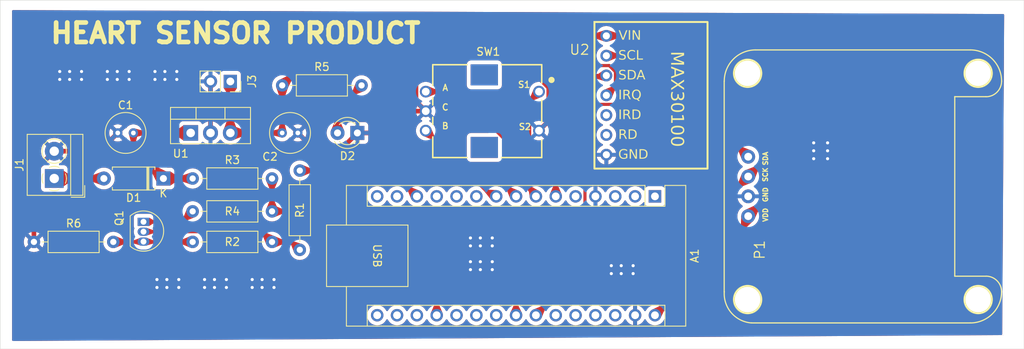
<source format=kicad_pcb>
(kicad_pcb (version 20240108) (generator "pcbnew") (generator_version "8.0")
  (layers (0 "F.Cu" signal) (31 "B.Cu" signal) (34 "B.Paste" user) (36 "B.SilkS" user "B.Silkscreen") (37 "F.SilkS" user "F.Silkscreen") (38 "B.Mask" user) (39 "F.Mask" user) (44 "Edge.Cuts" user))
  (net 0 "")
  (net 1 "VCTRL")
  (net 5 "SDA")
  (net 6 "SCL")
  (net 8 "INT")
  (net 9 "SW")
  (net 18 "GND")
  (net 22 "VSENSE")
  (net 24 "DATA")
  (net 25 "CLOCK")
  (net 27 "5V")
  (net 29 "+8V")
  (net 30 "/IN")
  (net 31 "Net-(D2-A)")
  (net 32 "Net-(Q1-B)")
  (net 33 "Net-(Q1-E)")
  (net 34 "Net-(Q1-C)")
  (footprint "Package_TO_SOT_THT:TO-220-3_Vertical" (layer "F.Cu") (at 67.564 61.722)
    (property "Reference" "U1" (at -1.27 2.647801 0) (layer "F.SilkS"))
    (property "Value" "L7805")
    (fp_line (start -2.58 -3.27) (end -2.58 1.371) (stroke (width 0.12)) (layer "F.SilkS"))
    (fp_line (start -2.58 -3.27) (end 7.66 -3.27) (stroke (width 0.12)) (layer "F.SilkS"))
    (fp_line (start -2.58 -1.76) (end 7.66 -1.76) (stroke (width 0.12)) (layer "F.SilkS"))
    (fp_line (start -2.58 1.371) (end 7.66 1.371) (stroke (width 0.12)) (layer "F.SilkS"))
    (fp_line (start 0.69 -3.27) (end 0.69 -1.76) (stroke (width 0.12)) (layer "F.SilkS"))
    (fp_line (start 4.391 -3.27) (end 4.391 -1.76) (stroke (width 0.12)) (layer "F.SilkS"))
    (fp_line (start 7.66 -3.27) (end 7.66 1.371) (stroke (width 0.12)) (layer "F.SilkS"))
    (pad "1" thru_hole rect (at 0 0) (size 1.905 2) (drill 1.1) (layers "*.Cu" "*.Mask") (net 29 "+8V"))
    (pad "2" thru_hole oval (at 2.54 0) (size 1.905 2) (drill 1.1) (layers "*.Cu" "*.Mask") (net 18 "GND"))
    (pad "3" thru_hole oval (at 5.08 0) (size 1.905 2) (drill 1.1) (layers "*.Cu" "*.Mask") (net 27 "5V"))
  )
  (footprint "Resistor_THT:R_Axial_DIN0207_L6.3mm_D2.5mm_P10.16mm_Horizontal" (layer "F.Cu") (at 67.818 75.692)
    (property "Reference" "R2" (at 5.08 0 0) (layer "F.SilkS"))
    (property "Value" "10k")
    (fp_line (start 1.04 0) (end 1.81 0) (stroke (width 0.12)) (layer "F.SilkS"))
    (fp_line (start 1.81 -1.37) (end 1.81 1.37) (stroke (width 0.12)) (layer "F.SilkS"))
    (fp_line (start 1.81 1.37) (end 8.35 1.37) (stroke (width 0.12)) (layer "F.SilkS"))
    (fp_line (start 8.35 -1.37) (end 1.81 -1.37) (stroke (width 0.12)) (layer "F.SilkS"))
    (fp_line (start 8.35 1.37) (end 8.35 -1.37) (stroke (width 0.12)) (layer "F.SilkS"))
    (fp_line (start 9.12 0) (end 8.35 0) (stroke (width 0.12)) (layer "F.SilkS"))
    (pad "1" thru_hole circle (at 0 0) (size 1.6 1.6) (drill 0.8) (layers "*.Cu" "*.Mask") (net 33 "Net-(Q1-E)"))
    (pad "2" thru_hole oval (at 10.16 0) (size 1.6 1.6) (drill 0.8) (layers "*.Cu" "*.Mask") (net 32 "Net-(Q1-B)"))
  )
  (footprint "Capacitor_THT:C_Radial_D5.0mm_H5.0mm_P2.00mm" (layer "F.Cu") (at 79.28 61.722)
    (property "Reference" "C2" (at -1.556 3.048 0) (layer "F.SilkS"))
    (property "Value" "10uf/16V")
    (fp_circle (center 1 0) (end 3.62 0) (stroke (width 0.12)) (fill none) (layer "F.SilkS"))
    (pad "1" thru_hole circle (at 0 0) (size 1.2 1.2) (drill 0.6) (layers "*.Cu" "*.Mask") (net 27 "5V"))
    (pad "2" thru_hole circle (at 2 0) (size 1.2 1.2) (drill 0.6) (layers "*.Cu" "*.Mask") (net 18 "GND"))
  )
  (footprint "Package_TO_SOT_THT:TO-92L_Inline" (layer "F.Cu") (at 61.526 73.114199 -90)
    (property "Reference" "Q1" (at -0.470199 3.106 90) (layer "F.SilkS"))
    (property "Value" "NPN")
    (fp_line (start -0.75 1.7) (end 3.1 1.7) (stroke (width 0.12)) (layer "F.SilkS"))
    (fp_arc (start -0.75 1.7) (mid 1.183448 -2.579449) (end 3.138611 1.690122) (stroke (width 0.12)) (layer "F.SilkS"))
    (pad "1" thru_hole rect (at 0 0 270) (size 1.05 1.5) (drill 0.75) (layers "*.Cu" "*.Mask") (net 34 "Net-(Q1-C)"))
    (pad "2" thru_hole oval (at 1.27 0 270) (size 1.05 1.5) (drill 0.75) (layers "*.Cu" "*.Mask") (net 32 "Net-(Q1-B)"))
    (pad "3" thru_hole oval (at 2.54 0 270) (size 1.05 1.5) (drill 0.75) (layers "*.Cu" "*.Mask") (net 33 "Net-(Q1-E)"))
  )
  (footprint "Library:rotary_ncodeer" (layer "F.Cu") (at 105.156 58.928 180)
    (property "Reference" "SW1" (at -0.508 7.62 0) (layer "F.SilkS"))
    (property "Value" "RotaryEncoder_Switch")
    (fp_poly (pts (xy -1.7 3.35) (xy 1.7 3.35) (xy 1.7 5.95) (xy -1.7 5.95)) (stroke (width 0.1)) (fill solid) (layer "F.Cu"))
    (fp_poly (pts (xy -1.7 -5.95) (xy 1.7 -5.95) (xy 1.7 -3.35) (xy -1.7 -3.35)) (stroke (width 0.1)) (fill solid) (layer "F.Cu"))
    (fp_poly (pts (xy -1.7 3.35) (xy 1.7 3.35) (xy 1.7 5.95) (xy -1.7 5.95)) (stroke (width 0.1)) (fill solid) (layer "B.Cu"))
    (fp_poly (pts (xy -1.7 -5.95) (xy 1.7 -5.95) (xy 1.7 -3.35) (xy -1.7 -3.35)) (stroke (width 0.1)) (fill solid) (layer "B.Cu"))
    (fp_line (start 6.6 5.95) (end 2.2 5.95) (stroke (width 0.2)) (layer "F.SilkS"))
    (fp_line (start 6.6 3.3) (end 6.6 5.95) (stroke (width 0.2)) (layer "F.SilkS"))
    (fp_line (start 6.6 0.8) (end 6.6 1.7) (stroke (width 0.2)) (layer "F.SilkS"))
    (fp_line (start 6.6 -1.7) (end 6.6 -0.8) (stroke (width 0.2)) (layer "F.SilkS"))
    (fp_line (start 6.6 -5.95) (end 6.6 -3.3) (stroke (width 0.2)) (layer "F.SilkS"))
    (fp_line (start 2.2 -5.95) (end 6.6 -5.95) (stroke (width 0.2)) (layer "F.SilkS"))
    (fp_line (start -2.2 -5.95) (end -7.35 -5.95) (stroke (width 0.2)) (layer "F.SilkS"))
    (fp_line (start -7.35 5.95) (end -2.2 5.95) (stroke (width 0.2)) (layer "F.SilkS"))
    (fp_line (start -7.35 3.6) (end -7.35 5.95) (stroke (width 0.2)) (layer "F.SilkS"))
    (fp_line (start -7.35 -1.4) (end -7.35 1.4) (stroke (width 0.2)) (layer "F.SilkS"))
    (fp_line (start -7.35 -5.95) (end -7.35 -3.7) (stroke (width 0.2)) (layer "F.SilkS"))
    (fp_circle (center -8.6 4) (end -8.4 4) (stroke (width 0.4)) (fill none) (layer "F.SilkS"))
    (fp_text user "C" (at 5 0.5 0) (layer "F.SilkS") (effects (font (size 0.8 0.8))))
    (fp_text user "S2" (at -5.2 -2 0) (layer "F.SilkS") (effects (font (size 0.8 0.8))))
    (fp_text user "S1" (at -5.1 3.4 0) (layer "F.SilkS") (effects (font (size 0.8 0.8))))
    (fp_text user "B" (at 5 -1.9 0) (layer "F.SilkS") (effects (font (size 0.8 0.8))))
    (fp_text user "A" (at 5 3 0) (layer "F.SilkS") (effects (font (size 0.8 0.8))))
    (pad "A" thru_hole circle (at 7.5 2.5 180) (size 1.508 1.508) (drill 1) (layers "*.Cu" "*.Mask") (net 24 "DATA"))
    (pad "B" thru_hole circle (at 7.5 -2.5 180) (size 1.508 1.508) (drill 1) (layers "*.Cu" "*.Mask") (net 25 "CLOCK"))
    (pad "C" thru_hole circle (at 7.5 0 180) (size 1.508 1.508) (drill 1) (layers "*.Cu" "*.Mask") (net 18 "GND"))
    (pad "S1" thru_hole circle (at -7 2.5 180) (size 1.508 1.508) (drill 1) (layers "*.Cu" "*.Mask") (net 9 "SW"))
    (pad "S2" thru_hole circle (at -7 -2.5 180) (size 1.508 1.508) (drill 1) (layers "*.Cu" "*.Mask") (net 18 "GND"))
  )
  (footprint "Resistor_THT:R_Axial_DIN0207_L6.3mm_D2.5mm_P10.16mm_Horizontal" (layer "F.Cu") (at 81.534 66.548 -90)
    (property "Reference" "R1" (at 5.08 0 90) (layer "F.SilkS"))
    (property "Value" "220R")
    (fp_line (start 1.81 1.37) (end 8.35 1.37) (stroke (width 0.12)) (layer "F.SilkS"))
    (fp_line (start 8.35 1.37) (end 8.35 -1.37) (stroke (width 0.12)) (layer "F.SilkS"))
    (fp_line (start 1.04 0) (end 1.81 0) (stroke (width 0.12)) (layer "F.SilkS"))
    (fp_line (start 9.12 0) (end 8.35 0) (stroke (width 0.12)) (layer "F.SilkS"))
    (fp_line (start 1.81 -1.37) (end 1.81 1.37) (stroke (width 0.12)) (layer "F.SilkS"))
    (fp_line (start 8.35 -1.37) (end 1.81 -1.37) (stroke (width 0.12)) (layer "F.SilkS"))
    (pad "1" thru_hole circle (at 0 0 270) (size 1.6 1.6) (drill 0.8) (layers "*.Cu" "*.Mask") (net 1 "VCTRL"))
    (pad "2" thru_hole oval (at 10.16 0 270) (size 1.6 1.6) (drill 0.8) (layers "*.Cu" "*.Mask") (net 32 "Net-(Q1-B)"))
  )
  (footprint "Resistor_THT:R_Axial_DIN0207_L6.3mm_D2.5mm_P10.16mm_Horizontal" (layer "F.Cu") (at 47.498 75.692)
    (property "Reference" "R6" (at 5.08 -2.37 0) (layer "F.SilkS"))
    (property "Value" "0R")
    (fp_line (start 1.04 0) (end 1.81 0) (stroke (width 0.12)) (layer "F.SilkS"))
    (fp_line (start 1.81 -1.37) (end 1.81 1.37) (stroke (width 0.12)) (layer "F.SilkS"))
    (fp_line (start 1.81 1.37) (end 8.35 1.37) (stroke (width 0.12)) (layer "F.SilkS"))
    (fp_line (start 8.35 -1.37) (end 1.81 -1.37) (stroke (width 0.12)) (layer "F.SilkS"))
    (fp_line (start 8.35 1.37) (end 8.35 -1.37) (stroke (width 0.12)) (layer "F.SilkS"))
    (fp_line (start 9.12 0) (end 8.35 0) (stroke (width 0.12)) (layer "F.SilkS"))
    (pad "1" thru_hole circle (at 0 0) (size 1.6 1.6) (drill 0.8) (layers "*.Cu" "*.Mask") (net 18 "GND"))
    (pad "2" thru_hole oval (at 10.16 0) (size 1.6 1.6) (drill 0.8) (layers "*.Cu" "*.Mask") (net 33 "Net-(Q1-E)"))
  )
  (footprint "Capacitor_THT:C_Radial_D5.0mm_H5.0mm_P2.00mm" (layer "F.Cu") (at 60.2298 61.722 180)
    (property "Reference" "C1" (at 1 3.556 0) (layer "F.SilkS"))
    (property "Value" "100uf/16V")
    (fp_circle (center 1 0) (end 3.62 0) (stroke (width 0.12)) (fill none) (layer "F.SilkS"))
    (pad "1" thru_hole circle (at 0 0 180) (size 1.2 1.2) (drill 0.6) (layers "*.Cu" "*.Mask") (net 29 "+8V"))
    (pad "2" thru_hole circle (at 2 0 180) (size 1.2 1.2) (drill 0.6) (layers "*.Cu" "*.Mask") (net 18 "GND"))
  )
  (footprint "Library:OLED_MODULE _FOOTPRINT" (layer "F.Cu") (at 138.938 68.58 90)
    (property "Reference" "P1" (at -8.128 1.473201 90) (layer "F.SilkS") (effects (font (size 1.27 1.27))))
    (property "Value" "OLED 128X64 0.96")
    (fp_line (start -13.5128 -3.0734) (end 13.4874 -3.0734) (stroke (width 0.1524)) (layer "F.SilkS"))
    (fp_line (start 17.5006 0.9398) (end 17.5006 28.448) (stroke (width 0.1524)) (layer "F.SilkS"))
    (fp_line (start 11.5062 26.4414) (end -11.5062 26.4414) (stroke (width 0.1524)) (layer "F.SilkS"))
    (fp_line (start -11.5062 26.4414) (end -11.5062 30.4292) (stroke (width 0.1524)) (layer "F.SilkS"))
    (fp_line (start -17.5006 28.448) (end -17.5006 0.4318) (stroke (width 0.1524)) (layer "F.SilkS"))
    (fp_line (start 11.5062 30.4292) (end 11.5062 26.4414) (stroke (width 0.1524)) (layer "F.SilkS"))
    (fp_arc (start 13.5001 -3.0632) (mid 16.328108 -1.892546) (end 17.5006 0.9347) (stroke (width 0.1524)) (layer "F.SilkS"))
    (fp_arc (start -17.5006 0.4369) (mid -16.225085 -2.141498) (end -13.5001 -3.0632) (stroke (width 0.1524)) (layer "F.SilkS"))
    (fp_arc (start 17.5006 28.4353) (mid 16.329027 31.264227) (end 13.5001 32.4358) (stroke (width 0.1524)) (layer "F.SilkS"))
    (fp_arc (start -11.5011 30.4368) (mid -12.086594 31.850306) (end -13.5001 32.4358) (stroke (width 0.1524)) (layer "F.SilkS"))
    (fp_arc (start 13.5001 32.4358) (mid 12.084977 31.851191) (end 11.4986 30.4368) (stroke (width 0.1524)) (layer "F.SilkS"))
    (fp_arc (start -13.5001 32.4358) (mid -16.329027 31.264227) (end -17.5006 28.4353) (stroke (width 0.1524)) (layer "F.SilkS"))
    (fp_circle (center 14.5034 -0.0762) (end 16.256 -0.0762) (stroke (width 0.254)) (fill none) (layer "F.SilkS"))
    (fp_circle (center -14.5034 -0.0762) (end -12.7508 -0.0762) (stroke (width 0.254)) (fill none) (layer "F.SilkS"))
    (fp_circle (center 14.5034 29.4386) (end 16.256 29.4386) (stroke (width 0.254)) (fill none) (layer "F.SilkS"))
    (fp_circle (center -14.5034 29.4386) (end -12.7508 29.4386) (stroke (width 0.254)) (fill none) (layer "F.SilkS"))
    (fp_text user "VDD" (at -4.6228 1.8542 90) (layer "F.SilkS") (effects (font (size 0.6096 0.6096) (thickness 0.1524)) (justify left top)))
    (fp_text user "SDA" (at 2.6162 1.8542 90) (layer "F.SilkS") (effects (font (size 0.6096 0.6096) (thickness 0.1524)) (justify left top)))
    (fp_text user "GND" (at -2.0828 1.8542 90) (layer "F.SilkS") (effects (font (size 0.6096 0.6096) (thickness 0.1524)) (justify left top)))
    (fp_text user "SCK" (at 0.508 1.839 90) (layer "F.SilkS") (effects (font (size 0.6096 0.6096) (thickness 0.1524)) (justify left top)))
    (pad "" np_thru_hole circle (at -14.478 0 90) (size 3.048 3.048) (drill 3.048) (layers "F&B.Cu" "*.Mask"))
    (pad "" np_thru_hole circle (at -14.478 29.464 90) (size 3.048 3.048) (drill 3.048) (layers "F&B.Cu" "*.Mask"))
    (pad "" np_thru_hole circle (at 14.478 0 90) (size 3.048 3.048) (drill 3.048) (layers "F&B.Cu" "*.Mask"))
    (pad "" np_thru_hole circle (at 14.478 29.464 90) (size 3.048 3.048) (drill 3.048) (layers "F&B.Cu" "*.Mask"))
    (pad "3" thru_hole oval (at -3.81 0 180) (size 1.778 1.778) (drill 1.0008) (layers "*.Cu" "*.Mask") (net 27 "5V"))
    (pad "4" thru_hole oval (at -1.27 0 180) (size 1.778 1.778) (drill 1.0008) (layers "*.Cu" "*.Mask") (net 18 "GND"))
    (pad "5" thru_hole oval (at 1.27 0 180) (size 1.778 1.778) (drill 1.0008) (layers "*.Cu" "*.Mask") (net 6 "SCL"))
    (pad "6" thru_hole oval (at 3.81 0 180) (size 1.778 1.778) (drill 1.0008) (layers "*.Cu" "*.Mask") (net 5 "SDA"))
  )
  (footprint "Module:Arduino_Nano" (layer "F.Cu") (at 127 69.85 -90)
    (property "Reference" "A1" (at 7.62 -5.08 90) (layer "F.SilkS"))
    (property "Value" "Arduino_Nano_Every")
    (fp_line (start 3.68 42.04) (end 3.68 31.62) (stroke (width 0.12)) (layer "F.SilkS"))
    (fp_line (start 11.56 42.04) (end 3.68 42.04) (stroke (width 0.12)) (layer "F.SilkS"))
    (fp_line (start -1.4 39.5) (end 3.68 39.5) (stroke (width 0.12)) (layer "F.SilkS"))
    (fp_line (start 16.64 39.5) (end 11.56 39.5) (stroke (width 0.12)) (layer "F.SilkS"))
    (fp_line (start 16.64 39.5) (end 16.64 -3.94) (stroke (width 0.12)) (layer "F.SilkS"))
    (fp_line (start 1.27 36.83) (end -1.4 36.83) (stroke (width 0.12)) (layer "F.SilkS"))
    (fp_line (start 13.97 36.83) (end 16.64 36.83) (stroke (width 0.12)) (layer "F.SilkS"))
    (fp_line (start 3.68 31.62) (end 11.56 31.62) (stroke (width 0.12)) (layer "F.SilkS"))
    (fp_line (start 11.56 31.62) (end 11.56 42.04) (stroke (width 0.12)) (layer "F.SilkS"))
    (fp_line (start -1.4 1.27) (end -1.4 39.5) (stroke (width 0.12)) (layer "F.SilkS"))
    (fp_line (start 1.27 1.27) (end 1.27 36.83) (stroke (width 0.12)) (layer "F.SilkS"))
    (fp_line (start 1.27 1.27) (end -1.4 1.27) (stroke (width 0.12)) (layer "F.SilkS"))
    (fp_line (start 1.27 1.27) (end 1.27 -1.27) (stroke (width 0.12)) (layer "F.SilkS"))
    (fp_line (start 1.27 -1.27) (end -1.4 -1.27) (stroke (width 0.12)) (layer "F.SilkS"))
    (fp_line (start 13.97 -1.27) (end 13.97 36.83) (stroke (width 0.12)) (layer "F.SilkS"))
    (fp_line (start 13.97 -1.27) (end 16.64 -1.27) (stroke (width 0.12)) (layer "F.SilkS"))
    (fp_line (start -1.4 -3.94) (end -1.4 -1.27) (stroke (width 0.12)) (layer "F.SilkS"))
    (fp_line (start 16.64 -3.94) (end -1.4 -3.94) (stroke (width 0.12)) (layer "F.SilkS"))
    (fp_text user "USB" (at 7.62 35.56 -90) (layer "F.SilkS"))
    (pad "1" thru_hole rect (at 0 0 270) (size 1.6 1.6) (drill 1) (layers "*.Cu" "*.Mask"))
    (pad "2" thru_hole oval (at 0 2.54 270) (size 1.6 1.6) (drill 1) (layers "*.Cu" "*.Mask"))
    (pad "3" thru_hole oval (at 0 5.08 270) (size 1.6 1.6) (drill 1) (layers "*.Cu" "*.Mask"))
    (pad "4" thru_hole oval (at 0 7.62 270) (size 1.6 1.6) (drill 1) (layers "*.Cu" "*.Mask") (net 18 "GND"))
    (pad "5" thru_hole oval (at 0 10.16 270) (size 1.6 1.6) (drill 1) (layers "*.Cu" "*.Mask"))
    (pad "6" thru_hole oval (at 0 12.7 270) (size 1.6 1.6) (drill 1) (layers "*.Cu" "*.Mask") (net 8 "INT"))
    (pad "7" thru_hole oval (at 0 15.24 270) (size 1.6 1.6) (drill 1) (layers "*.Cu" "*.Mask") (net 9 "SW"))
    (pad "8" thru_hole oval (at 0 17.78 270) (size 1.6 1.6) (drill 1) (layers "*.Cu" "*.Mask") (net 24 "DATA"))
    (pad "9" thru_hole oval (at 0 20.32 270) (size 1.6 1.6) (drill 1) (layers "*.Cu" "*.Mask") (net 25 "CLOCK"))
    (pad "10" thru_hole oval (at 0 22.86 270) (size 1.6 1.6) (drill 1) (layers "*.Cu" "*.Mask"))
    (pad "11" thru_hole oval (at 0 25.4 270) (size 1.6 1.6) (drill 1) (layers "*.Cu" "*.Mask"))
    (pad "12" thru_hole oval (at 0 27.94 270) (size 1.6 1.6) (drill 1) (layers "*.Cu" "*.Mask"))
    (pad "13" thru_hole oval (at 0 30.48 270) (size 1.6 1.6) (drill 1) (layers "*.Cu" "*.Mask") (net 1 "VCTRL"))
    (pad "14" thru_hole oval (at 0 33.02 270) (size 1.6 1.6) (drill 1) (layers "*.Cu" "*.Mask"))
    (pad "15" thru_hole oval (at 0 35.56 270) (size 1.6 1.6) (drill 1) (layers "*.Cu" "*.Mask"))
    (pad "16" thru_hole oval (at 15.24 35.56 270) (size 1.6 1.6) (drill 1) (layers "*.Cu" "*.Mask"))
    (pad "17" thru_hole oval (at 15.24 33.02 270) (size 1.6 1.6) (drill 1) (layers "*.Cu" "*.Mask"))
    (pad "18" thru_hole oval (at 15.24 30.48 270) (size 1.6 1.6) (drill 1) (layers "*.Cu" "*.Mask"))
    (pad "19" thru_hole oval (at 15.24 27.94 270) (size 1.6 1.6) (drill 1) (layers "*.Cu" "*.Mask") (net 22 "VSENSE"))
    (pad "20" thru_hole oval (at 15.24 25.4 270) (size 1.6 1.6) (drill 1) (layers "*.Cu" "*.Mask"))
    (pad "21" thru_hole oval (at 15.24 22.86 270) (size 1.6 1.6) (drill 1) (layers "*.Cu" "*.Mask"))
    (pad "22" thru_hole oval (at 15.24 20.32 270) (size 1.6 1.6) (drill 1) (layers "*.Cu" "*.Mask"))
    (pad "23" thru_hole oval (at 15.24 17.78 270) (size 1.6 1.6) (drill 1) (layers "*.Cu" "*.Mask") (net 5 "SDA"))
    (pad "24" thru_hole oval (at 15.24 15.24 270) (size 1.6 1.6) (drill 1) (layers "*.Cu" "*.Mask") (net 6 "SCL"))
    (pad "25" thru_hole oval (at 15.24 12.7 270) (size 1.6 1.6) (drill 1) (layers "*.Cu" "*.Mask"))
    (pad "26" thru_hole oval (at 15.24 10.16 270) (size 1.6 1.6) (drill 1) (layers "*.Cu" "*.Mask"))
    (pad "27" thru_hole oval (at 15.24 7.62 270) (size 1.6 1.6) (drill 1) (layers "*.Cu" "*.Mask"))
    (pad "28" thru_hole oval (at 15.24 5.08 270) (size 1.6 1.6) (drill 1) (layers "*.Cu" "*.Mask"))
    (pad "29" thru_hole oval (at 15.24 2.54 270) (size 1.6 1.6) (drill 1) (layers "*.Cu" "*.Mask") (net 18 "GND"))
    (pad "30" thru_hole oval (at 15.24 0 270) (size 1.6 1.6) (drill 1) (layers "*.Cu" "*.Mask") (net 27 "5V"))
  )
  (footprint "Library:MAX30100_MODULE" (layer "F.Cu") (at 120.777 61.976)
    (property "Reference" "U2" (at -3.429 -10.922 0) (layer "F.SilkS") (effects (font (size 1.27 1.27))))
    (property "Value" "MAX30100 MODULE")
    (fp_rect (start -1.524 -14.478) (end 12.954 4.318) (stroke (width 0.254)) (fill none) (layer "F.SilkS"))
    (fp_text user "VIN" (at 1.5621 -13.4022 0) (layer "F.SilkS") (effects (font (size 1.2 1.2) (thickness 0.2032)) (justify left top)))
    (fp_text user "IRQ" (at 1.524 -5.772 0) (layer "F.SilkS") (effects (font (size 1.2 1.2) (thickness 0.2032)) (justify left top)))
    (fp_text user "SDA" (at 1.524 -8.312 0) (layer "F.SilkS") (effects (font (size 1.2 1.2) (thickness 0.2032)) (justify left top)))
    (fp_text user "RD" (at 1.524 -0.692 0) (layer "F.SilkS") (effects (font (size 1.2 1.2) (thickness 0.2032)) (justify left top)))
    (fp_text user "MAX30100" (at 9.9212 -10.7544 -90) (layer "F.SilkS") (effects (font (size 1.6256 1.6256) (thickness 0.2032)) (justify left top)))
    (fp_text user "SCL" (at 1.524 -10.852 0) (layer "F.SilkS") (effects (font (size 1.2 1.2) (thickness 0.2032)) (justify left top)))
    (fp_text user "IRD" (at 1.524 -3.232 0) (layer "F.SilkS") (effects (font (size 1.2 1.2) (thickness 0.2032)) (justify left top)))
    (fp_text user "GND" (at 1.524 1.848 0) (layer "F.SilkS") (effects (font (size 1.2 1.2) (thickness 0.2032)) (justify left top)))
    (pad "1" thru_hole oval (at 0 -12.7 270) (size 1.524 1.524) (drill 0.9144) (layers "*.Cu" "*.Mask") (net 27 "5V"))
    (pad "2" thru_hole oval (at 0 -10.16 270) (size 1.524 1.524) (drill 0.9144) (layers "*.Cu" "*.Mask") (net 6 "SCL"))
    (pad "3" thru_hole oval (at 0 -7.62 270) (size 1.524 1.524) (drill 0.9144) (layers "*.Cu" "*.Mask") (net 5 "SDA"))
    (pad "4" thru_hole oval (at 0 -5.08 270) (size 1.524 1.524) (drill 0.9144) (layers "*.Cu" "*.Mask") (net 8 "INT"))
    (pad "5" thru_hole oval (at 0 -2.54 270) (size 1.524 1.524) (drill 0.9144) (layers "*.Cu" "*.Mask"))
    (pad "6" thru_hole oval (at 0 0 270) (size 1.524 1.524) (drill 0.9144) (layers "*.Cu" "*.Mask"))
    (pad "7" thru_hole oval (at 0 2.54 270) (size 1.524 1.524) (drill 0.9144) (layers "*.Cu" "*.Mask") (net 18 "GND"))
  )
  (footprint "Diode_THT:D_A-405_P7.62mm_Horizontal" (layer "F.Cu") (at 64.0718 67.564 180)
    (property "Reference" "D1" (at 3.81 -2.47 0) (layer "F.SilkS"))
    (property "Value" "D")
    (fp_line (start 6.53 1.47) (end 6.53 1.14) (stroke (width 0.12)) (layer "F.SilkS"))
    (fp_line (start 6.53 -1.47) (end 6.53 -1.14) (stroke (width 0.12)) (layer "F.SilkS"))
    (fp_line (start 2.11 -1.47) (end 2.11 1.47) (stroke (width 0.12)) (layer "F.SilkS"))
    (fp_line (start 1.99 -1.47) (end 1.99 1.47) (stroke (width 0.12)) (layer "F.SilkS"))
    (fp_line (start 1.87 -1.47) (end 1.87 1.47) (stroke (width 0.12)) (layer "F.SilkS"))
    (fp_line (start 1.09 1.47) (end 6.53 1.47) (stroke (width 0.12)) (layer "F.SilkS"))
    (fp_line (start 1.09 1.14) (end 1.09 1.47) (stroke (width 0.12)) (layer "F.SilkS"))
    (fp_line (start 1.09 -1.14) (end 1.09 -1.47) (stroke (width 0.12)) (layer "F.SilkS"))
    (fp_line (start 1.09 -1.47) (end 6.53 -1.47) (stroke (width 0.12)) (layer "F.SilkS"))
    (fp_text user "K" (at 0 -1.9 0) (layer "F.SilkS"))
    (pad "1" thru_hole rect (at 0 0 180) (size 1.8 1.8) (drill 0.9) (layers "*.Cu" "*.Mask") (net 29 "+8V"))
    (pad "2" thru_hole oval (at 7.62 0 180) (size 1.8 1.8) (drill 0.9) (layers "*.Cu" "*.Mask") (net 30 "/IN"))
  )
  (footprint "Library:TerminalBlock_4Ucon_1x02_P3.50mm_Horizontal_user" (layer "F.Cu") (at 50.1018 67.564 90)
    (property "Reference" "J1" (at 1.75 -4.46 90) (layer "F.SilkS"))
    (property "Value" "Screw_Terminal_01x02")
    (fp_line (start 5.66 -3.46) (end 5.66 3.66) (stroke (width 0.12)) (layer "F.SilkS"))
    (fp_line (start -2.16 -3.46) (end 5.66 -3.46) (stroke (width 0.12)) (layer "F.SilkS"))
    (fp_line (start -2.16 -3.46) (end -2.16 3.66) (stroke (width 0.12)) (layer "F.SilkS"))
    (fp_line (start -2.16 2.1) (end 5.66 2.1) (stroke (width 0.12)) (layer "F.SilkS"))
    (fp_line (start -2.4 2.16) (end -2.4 3.9) (stroke (width 0.12)) (layer "F.SilkS"))
    (fp_line (start -2.16 3.66) (end 5.66 3.66) (stroke (width 0.12)) (layer "F.SilkS"))
    (fp_line (start -2.4 3.9) (end -0.9 3.9) (stroke (width 0.12)) (layer "F.SilkS"))
    (fp_arc (start -0.607742 -1.432109) (mid 0.00014 -1.555727) (end 0.608 -1.432) (stroke (width 0.12)) (layer "F.SilkS"))
    (fp_arc (start 1.432109 -0.607742) (mid 1.555727 0.00014) (end 1.432 0.608) (stroke (width 0.12)) (layer "F.SilkS"))
    (fp_arc (start -1.432109 0.607742) (mid -1.555727 -0.00014) (end -1.432 -0.608) (stroke (width 0.12)) (layer "F.SilkS"))
    (fp_arc (start 0.607587 1.431385) (mid 0.310017 1.523783) (end 0 1.555) (stroke (width 0.12)) (layer "F.SilkS"))
    (fp_arc (start 0.027011 1.555493) (mid -0.296984 1.527118) (end -0.608 1.432) (stroke (width 0.12)) (layer "F.SilkS"))
    (fp_circle (center 3.5 0) (end 5.055 0) (stroke (width 0.12)) (fill none) (layer "F.SilkS"))
    (pad "1" thru_hole rect (at 0 0 90) (size 2.4 2.4) (drill 1.2) (layers "*.Cu" "*.Mask") (net 30 "/IN"))
    (pad "2" thru_hole circle (at 3.5 0 90) (size 2.4 2.4) (drill 1.2) (layers "*.Cu" "*.Mask") (net 18 "GND"))
  )
  (footprint "Connector_PinSocket_2.54mm:PinSocket_1x02_P2.54mm_Vertical" (layer "F.Cu") (at 72.644 55.118 -90)
    (property "Reference" "J3" (at 0 -2.77 90) (layer "F.SilkS"))
    (property "Value" "Conn_01x02_Socket")
    (fp_line (start -1.33 3.87) (end 1.33 3.87) (stroke (width 0.12)) (layer "F.SilkS"))
    (fp_line (start -1.33 1.27) (end -1.33 3.87) (stroke (width 0.12)) (layer "F.SilkS"))
    (fp_line (start -1.33 1.27) (end 1.33 1.27) (stroke (width 0.12)) (layer "F.SilkS"))
    (fp_line (start 1.33 1.27) (end 1.33 3.87) (stroke (width 0.12)) (layer "F.SilkS"))
    (fp_line (start 0 -1.33) (end 1.33 -1.33) (stroke (width 0.12)) (layer "F.SilkS"))
    (fp_line (start 1.33 -1.33) (end 1.33 0) (stroke (width 0.12)) (layer "F.SilkS"))
    (pad "1" thru_hole rect (at 0 0 270) (size 1.7 1.7) (drill 1) (layers "*.Cu" "*.Mask") (net 27 "5V"))
    (pad "2" thru_hole oval (at 0 2.54 270) (size 1.7 1.7) (drill 1) (layers "*.Cu" "*.Mask") (net 18 "GND"))
  )
  (footprint "Resistor_THT:R_Axial_DIN0207_L6.3mm_D2.5mm_P10.16mm_Horizontal" (layer "F.Cu") (at 77.978 71.774199 180)
    (property "Reference" "R4" (at 5.08 0 0) (layer "F.SilkS"))
    (property "Value" "20k")
    (fp_line (start 9.12 0) (end 8.35 0) (stroke (width 0.12)) (layer "F.SilkS"))
    (fp_line (start 8.35 1.37) (end 8.35 -1.37) (stroke (width 0.12)) (layer "F.SilkS"))
    (fp_line (start 8.35 -1.37) (end 1.81 -1.37) (stroke (width 0.12)) (layer "F.SilkS"))
    (fp_line (start 1.81 1.37) (end 8.35 1.37) (stroke (width 0.12)) (layer "F.SilkS"))
    (fp_line (start 1.81 -1.37) (end 1.81 1.37) (stroke (width 0.12)) (layer "F.SilkS"))
    (fp_line (start 1.04 0) (end 1.81 0) (stroke (width 0.12)) (layer "F.SilkS"))
    (pad "1" thru_hole circle (at 0 0 180) (size 1.6 1.6) (drill 0.8) (layers "*.Cu" "*.Mask") (net 22 "VSENSE"))
    (pad "2" thru_hole oval (at 10.16 0 180) (size 1.6 1.6) (drill 0.8) (layers "*.Cu" "*.Mask") (net 34 "Net-(Q1-C)"))
  )
  (footprint "Resistor_THT:R_Axial_DIN0207_L6.3mm_D2.5mm_P10.16mm_Horizontal" (layer "F.Cu") (at 79.28 55.626)
    (property "Reference" "R5" (at 5.08 -2.37 0) (layer "F.SilkS"))
    (property "Value" "4.7k")
    (fp_line (start 1.04 0) (end 1.81 0) (stroke (width 0.12)) (layer "F.SilkS"))
    (fp_line (start 1.81 -1.37) (end 1.81 1.37) (stroke (width 0.12)) (layer "F.SilkS"))
    (fp_line (start 1.81 1.37) (end 8.35 1.37) (stroke (width 0.12)) (layer "F.SilkS"))
    (fp_line (start 8.35 -1.37) (end 1.81 -1.37) (stroke (width 0.12)) (layer "F.SilkS"))
    (fp_line (start 8.35 1.37) (end 8.35 -1.37) (stroke (width 0.12)) (layer "F.SilkS"))
    (fp_line (start 9.12 0) (end 8.35 0) (stroke (width 0.12)) (layer "F.SilkS"))
    (pad "1" thru_hole circle (at 0 0) (size 1.6 1.6) (drill 0.8) (layers "*.Cu" "*.Mask") (net 27 "5V"))
    (pad "2" thru_hole oval (at 10.16 0) (size 1.6 1.6) (drill 0.8) (layers "*.Cu" "*.Mask") (net 31 "Net-(D2-A)"))
  )
  (footprint "Resistor_THT:R_Axial_DIN0207_L6.3mm_D2.5mm_P10.16mm_Horizontal" (layer "F.Cu") (at 67.818 67.564)
    (property "Reference" "R3" (at 5.08 -2.37 0) (layer "F.SilkS"))
    (property "Value" "33k")
    (fp_line (start 1.04 0) (end 1.81 0) (stroke (width 0.12)) (layer "F.SilkS"))
    (fp_line (start 1.81 -1.37) (end 1.81 1.37) (stroke (width 0.12)) (layer "F.SilkS"))
    (fp_line (start 1.81 1.37) (end 8.35 1.37) (stroke (width 0.12)) (layer "F.SilkS"))
    (fp_line (start 8.35 -1.37) (end 1.81 -1.37) (stroke (width 0.12)) (layer "F.SilkS"))
    (fp_line (start 8.35 1.37) (end 8.35 -1.37) (stroke (width 0.12)) (layer "F.SilkS"))
    (fp_line (start 9.12 0) (end 8.35 0) (stroke (width 0.12)) (layer "F.SilkS"))
    (pad "1" thru_hole circle (at 0 0) (size 1.6 1.6) (drill 0.8) (layers "*.Cu" "*.Mask") (net 29 "+8V"))
    (pad "2" thru_hole oval (at 10.16 0) (size 1.6 1.6) (drill 0.8) (layers "*.Cu" "*.Mask") (net 22 "VSENSE"))
  )
  (footprint "LED_THT:LED_D3.0mm" (layer "F.Cu") (at 88.905 61.722 180)
    (property "Reference" "D2" (at 1.27 -2.96 0) (layer "F.SilkS"))
    (property "Value" "LED")
    (fp_line (start -0.29 1.08) (end -0.29 1.236) (stroke (width 0.12)) (layer "F.SilkS"))
    (fp_line (start -0.29 -1.236) (end -0.29 -1.08) (stroke (width 0.12)) (layer "F.SilkS"))
    (fp_arc (start 2.942335 1.078608) (mid 1.366487 1.987659) (end -0.29 1.235516) (stroke (width 0.12)) (layer "F.SilkS"))
    (fp_arc (start 2.31113 1.079837) (mid 1.270117 1.5) (end 0.229039 1.08) (stroke (width 0.12)) (layer "F.SilkS"))
    (fp_arc (start 0.229039 -1.08) (mid 1.270117 -1.5) (end 2.31113 -1.079837) (stroke (width 0.12)) (layer "F.SilkS"))
    (fp_arc (start -0.29 -1.235516) (mid 1.366487 -1.987659) (end 2.942335 -1.078608) (stroke (width 0.12)) (layer "F.SilkS"))
    (pad "1" thru_hole rect (at 0 0 180) (size 1.8 1.8) (drill 0.9) (layers "*.Cu" "*.Mask") (net 18 "GND"))
    (pad "2" thru_hole circle (at 2.54 0 180) (size 1.8 1.8) (drill 0.9) (layers "*.Cu" "*.Mask") (net 31 "Net-(D2-A)"))
  )
  (gr_rect (start 43.18 44.704) (end 174.244 89.408) (stroke (width 0.05)) (fill none) (layer "Edge.Cuts"))
  (gr_text "HEART SENSOR PRODUCT" (at 49.35 50.4 0) (layer "F.SilkS") (effects (font (size 2.5 2.5) (thickness 0.6) (bold yes)) (justify left bottom)))
  (segment (start 81.534 66.548) (end 93.218 66.548) (width 0.4) (layer "F.Cu") (net 1))
  (segment (start 93.218 66.548) (end 96.52 69.85) (width 0.4) (layer "F.Cu") (net 1))
  (segment (start 120.777 54.356) (end 119.634 54.356) (width 0.4) (layer "F.Cu") (net 5))
  (segment (start 118.04 55.95) (end 118.04 58.166) (width 0.4) (layer "F.Cu") (net 5))
  (segment (start 132.226 58.058) (end 118.148 58.058) (width 0.4) (layer "F.Cu") (net 5))
  (segment (start 138.938 64.77) (end 132.226 58.058) (width 0.4) (layer "F.Cu") (net 5))
  (segment (start 118.04 58.166) (end 118.04 74.746) (width 0.4) (layer "F.Cu") (net 5))
  (segment (start 118.04 74.746) (end 109.22 83.566) (width 0.4) (layer "F.Cu") (net 5))
  (segment (start 118.148 58.058) (end 118.04 58.166) (width 0.4) (layer "F.Cu") (net 5))
  (segment (start 109.22 83.566) (end 109.22 85.09) (width 0.4) (layer "F.Cu") (net 5))
  (segment (start 119.634 54.356) (end 118.04 55.95) (width 0.4) (layer "F.Cu") (net 5))
  (segment (start 138.938 67.31) (end 132.842 73.406) (width 0.4) (layer "F.Cu") (net 6))
  (segment (start 120.777 51.816) (end 130.556 51.816) (width 0.4) (layer "F.Cu") (net 6))
  (segment (start 132.842 73.406) (end 123.444 73.406) (width 0.4) (layer "F.Cu") (net 6))
  (segment (start 140.716 61.976) (end 140.716 65.532) (width 0.4) (layer "F.Cu") (net 6))
  (segment (start 140.716 65.532) (end 138.938 67.31) (width 0.4) (layer "F.Cu") (net 6))
  (segment (start 123.444 73.406) (end 111.76 85.09) (width 0.4) (layer "F.Cu") (net 6))
  (segment (start 130.556 51.816) (end 140.716 61.976) (width 0.4) (layer "F.Cu") (net 6))
  (segment (start 114.3 69.85) (end 114.3 57.404) (width 0.4) (layer "F.Cu") (net 8))
  (segment (start 121.150317 53.086) (end 121.939 53.874683) (width 0.4) (layer "F.Cu") (net 8))
  (segment (start 118.618 53.086) (end 121.150317 53.086) (width 0.4) (layer "F.Cu") (net 8))
  (segment (start 114.3 57.404) (end 118.618 53.086) (width 0.4) (layer "F.Cu") (net 8))
  (segment (start 121.939 53.874683) (end 121.939 55.734) (width 0.4) (layer "F.Cu") (net 8))
  (segment (start 121.939 55.734) (end 120.777 56.896) (width 0.4) (layer "F.Cu") (net 8))
  (segment (start 110.960001 69.050001) (end 110.960001 57.623999) (width 0.4) (layer "F.Cu") (net 9))
  (segment (start 111.76 69.85) (end 110.960001 69.050001) (width 0.4) (layer "F.Cu") (net 9))
  (segment (start 110.960001 57.623999) (end 112.156 56.428) (width 0.4) (layer "F.Cu") (net 9))
  (segment (start 113.41 60.174) (end 112.156 61.428) (width 0.6) (layer "F.Cu") (net 18))
  (segment (start 83.312 63.754) (end 86.873 63.754) (width 0.6) (layer "F.Cu") (net 18))
  (segment (start 96.402 57.674) (end 96.402 53.204) (width 0.6) (layer "F.Cu") (net 18))
  (segment (start 50.1018 64.064) (end 55.8878 64.064) (width 0.6) (layer "F.Cu") (net 18))
  (segment (start 96.402 53.204) (end 97.79 51.816) (width 0.6) (layer "F.Cu") (net 18))
  (segment (start 55.8878 64.064) (end 58.2298 61.722) (width 0.6) (layer "F.Cu") (net 18))
  (segment (start 97.656 58.928) (end 96.402 57.674) (width 0.6) (layer "F.Cu") (net 18))
  (segment (start 92.456 61.722) (end 95.25 58.928) (width 0.6) (layer "F.Cu") (net 18))
  (segment (start 95.25 58.928) (end 97.656 58.928) (width 0.6) (layer "F.Cu") (net 18))
  (segment (start 81.28 61.722) (end 83.312 63.754) (width 0.6) (layer "F.Cu") (net 18))
  (segment (start 47.498 66.6678) (end 47.498 75.692) (width 0.6) (layer "F.Cu") (net 18))
  (segment (start 88.905 61.722) (end 92.456 61.722) (width 0.6) (layer "F.Cu") (net 18))
  (segment (start 97.79 51.816) (end 109.317424 51.816) (width 0.6) (layer "F.Cu") (net 18))
  (segment (start 70.104 55.118) (end 70.104 61.722) (width 0.6) (layer "F.Cu") (net 18))
  (segment (start 86.873 63.754) (end 88.905 61.722) (width 0.6) (layer "F.Cu") (net 18))
  (segment (start 50.1018 64.064) (end 47.498 66.6678) (width 0.6) (layer "F.Cu") (net 18))
  (segment (start 113.41 55.908576) (end 113.41 60.174) (width 0.6) (layer "F.Cu") (net 18))
  (segment (start 109.317424 51.816) (end 113.41 55.908576) (width 0.6) (layer "F.Cu") (net 18))
  (via (at 53.594 53.848) (size 0.7) (drill 0.4) (layers "F.Cu" "B.Cu") (net 18))
  (via (at 103.378 75.184) (size 0.7) (drill 0.4) (layers "F.Cu" "B.Cu") (net 18))
  (via (at 147.32 64.008) (size 0.7) (drill 0.4) (layers "F.Cu" "B.Cu") (net 18))
  (via (at 56.896 54.864) (size 0.7) (drill 0.4) (layers "F.Cu" "B.Cu") (net 18))
  (via (at 64.262 54.864) (size 0.7) (drill 0.4) (layers "F.Cu" "B.Cu") (net 18))
  (via (at 58.166 54.864) (size 0.7) (drill 0.4) (layers "F.Cu" "B.Cu") (net 18))
  (via (at 106.172 75.184) (size 0.7) (drill 0.4) (layers "F.Cu" "B.Cu") (net 18))
  (via (at 106.172 78.232) (size 0.7) (drill 0.4) (layers "F.Cu" "B.Cu") (net 18))
  (via (at 70.612 81.534) (size 0.7) (drill 0.4) (layers "F.Cu" "B.Cu") (net 18))
  (via (at 50.8 54.864) (size 0.7) (drill 0.4) (layers "F.Cu" "B.Cu") (net 18))
  (via (at 147.32 65.024) (size 0.7) (drill 0.4) (layers "F.Cu" "B.Cu") (net 18))
  (via (at 147.32 62.992) (size 0.7) (drill 0.4) (layers "F.Cu" "B.Cu") (net 18))
  (via (at 104.648 78.232) (size 0.7) (drill 0.4) (layers "F.Cu" "B.Cu") (net 18))
  (via (at 103.378 79.248) (size 0.7) (drill 0.4) (layers "F.Cu" "B.Cu") (net 18))
  (via (at 58.166 53.848) (size 0.7) (drill 0.4) (layers "F.Cu" "B.Cu") (net 18))
  (via (at 70.612 80.518) (size 0.7) (drill 0.4) (layers "F.Cu" "B.Cu") (net 18))
  (via (at 72.136 80.518) (size 0.7) (drill 0.4) (layers "F.Cu" "B.Cu") (net 18))
  (via (at 63.246 80.518) (size 0.7) (drill 0.4) (layers "F.Cu" "B.Cu") (net 18))
  (via (at 106.172 79.248) (size 0.7) (drill 0.4) (layers "F.Cu" "B.Cu") (net 18))
  (via (at 72.136 81.534) (size 0.7) (drill 0.4) (layers "F.Cu" "B.Cu") (net 18))
  (via (at 75.438 81.534) (size 0.7) (drill 0.4) (layers "F.Cu" "B.Cu") (net 18))
  (via (at 78.232 81.534) (size 0.7) (drill 0.4) (layers "F.Cu" "B.Cu") (net 18))
  (via (at 52.07 54.864) (size 0.7) (drill 0.4) (layers "F.Cu" "B.Cu") (net 18))
  (via (at 106.172 76.2) (size 0.7) (drill 0.4) (layers "F.Cu" "B.Cu") (net 18))
  (via (at 65.786 53.848) (size 0.7) (drill 0.4) (layers "F.Cu" "B.Cu") (net 18))
  (via (at 59.69 53.848) (size 0.7) (drill 0.4) (layers "F.Cu" "B.Cu") (net 18))
  (via (at 64.516 81.534) (size 0.7) (drill 0.4) (layers "F.Cu" "B.Cu") (net 18))
  (via (at 52.07 53.848) (size 0.7) (drill 0.4) (layers "F.Cu" "B.Cu") (net 18))
  (via (at 69.342 80.518) (size 0.7) (drill 0.4) (layers "F.Cu" "B.Cu") (net 18))
  (via (at 65.786 54.864) (size 0.7) (drill 0.4) (layers "F.Cu" "B.Cu") (net 18))
  (via (at 66.04 80.518) (size 0.7) (drill 0.4) (layers "F.Cu" "B.Cu") (net 18))
  (via (at 149.098 62.992) (size 0.7) (drill 0.4) (layers "F.Cu" "B.Cu") (net 18))
  (via (at 64.262 53.848) (size 0.7) (drill 0.4) (layers "F.Cu" "B.Cu") (net 18))
  (via (at 103.378 78.232) (size 0.7) (drill 0.4) (layers "F.Cu" "B.Cu") (net 18))
  (via (at 122.682 78.74) (size 0.7) (drill 0.4) (layers "F.Cu" "B.Cu") (net 18))
  (via (at 121.412 79.756) (size 0.7) (drill 0.4) (layers "F.Cu" "B.Cu") (net 18))
  (via (at 69.342 81.534) (size 0.7) (drill 0.4) (layers "F.Cu" "B.Cu") (net 18))
  (via (at 53.594 54.864) (size 0.7) (drill 0.4) (layers "F.Cu" "B.Cu") (net 18))
  (via (at 63.246 81.534) (size 0.7) (drill 0.4) (layers "F.Cu" "B.Cu") (net 18))
  (via (at 62.992 54.864) (size 0.7) (drill 0.4) (layers "F.Cu" "B.Cu") (net 18))
  (via (at 122.682 79.756) (size 0.7) (drill 0.4) (layers "F.Cu" "B.Cu") (net 18))
  (via (at 59.69 54.864) (size 0.7) (drill 0.4) (layers "F.Cu" "B.Cu") (net 18))
  (via (at 56.896 53.848) (size 0.7) (drill 0.4) (layers "F.Cu" "B.Cu") (net 18))
  (via (at 104.648 79.248) (size 0.7) (drill 0.4) (layers "F.Cu" "B.Cu") (net 18))
  (via (at 104.648 75.184) (size 0.7) (drill 0.4) (layers "F.Cu" "B.Cu") (net 18))
  (via (at 76.708 80.518) (size 0.7) (drill 0.4) (layers "F.Cu" "B.Cu") (net 18))
  (via (at 149.098 64.008) (size 0.7) (drill 0.4) (layers "F.Cu" "B.Cu") (net 18))
  (via (at 66.04 81.534) (size 0.7) (drill 0.4) (layers "F.Cu" "B.Cu") (net 18))
  (via (at 50.8 53.848) (size 0.7) (drill 0.4) (layers "F.Cu" "B.Cu") (net 18))
  (via (at 124.206 79.756) (size 0.7) (drill 0.4) (layers "F.Cu" "B.Cu") (net 18))
  (via (at 103.378 76.2) (size 0.7) (drill 0.4) (layers "F.Cu" "B.Cu") (net 18))
  (via (at 149.098 65.024) (size 0.7) (drill 0.4) (layers "F.Cu" "B.Cu") (net 18))
  (via (at 64.516 80.518) (size 0.7) (drill 0.4) (layers "F.Cu" "B.Cu") (net 18))
  (via (at 124.206 78.74) (size 0.7) (drill 0.4) (layers "F.Cu" "B.Cu") (net 18))
  (via (at 75.438 80.518) (size 0.7) (drill 0.4) (layers "F.Cu" "B.Cu") (net 18))
  (via (at 121.412 78.74) (size 0.7) (drill 0.4) (layers "F.Cu" "B.Cu") (net 18))
  (via (at 76.708 81.534) (size 0.7) (drill 0.4) (layers "F.Cu" "B.Cu") (net 18))
  (via (at 78.232 80.518) (size 0.7) (drill 0.4) (layers "F.Cu" "B.Cu") (net 18))
  (via (at 104.648 76.2) (size 0.7) (drill 0.4) (layers "F.Cu" "B.Cu") (net 18))
  (via (at 62.992 53.848) (size 0.7) (drill 0.4) (layers "F.Cu" "B.Cu") (net 18))
  (segment (start 77.978 67.564) (end 77.978 71.774199) (width 0.4) (layer "F.Cu") (net 22))
  (segment (start 87.776199 71.774199) (end 99.06 83.058) (width 0.4) (layer "F.Cu") (net 22))
  (segment (start 77.978 71.774199) (end 87.776199 71.774199) (width 0.4) (layer "F.Cu") (net 22))
  (segment (start 99.06 83.058) (end 99.06 85.09) (width 0.4) (layer "F.Cu") (net 22))
  (segment (start 108.02 68.65) (end 108.02 62.805604) (width 0.4) (layer "F.Cu") (net 24))
  (segment (start 101.642396 56.428) (end 97.656 56.428) (width 0.4) (layer "F.Cu") (net 24))
  (segment (start 109.22 69.85) (end 108.02 68.65) (width 0.4) (layer "F.Cu") (net 24))
  (segment (start 108.02 62.805604) (end 101.642396 56.428) (width 0.4) (layer "F.Cu") (net 24))
  (segment (start 106.68 69.85) (end 106.078 69.85) (width 0.4) (layer "F.Cu") (net 25))
  (segment (start 106.078 69.85) (end 97.656 61.428) (width 0.4) (layer "F.Cu") (net 25))
  (segment (start 137.668 49.276) (end 120.777 49.276) (width 0.6) (layer "F.Cu") (net 27))
  (segment (start 127 85.09) (end 138.938 73.152) (width 0.6) (layer "F.Cu") (net 27))
  (segment (start 120.777 49.276) (end 85.63 49.276) (width 0.6) (layer "F.Cu") (net 27))
  (segment (start 72.644 61.722) (end 72.644 55.118) (width 0.6) (layer "F.Cu") (net 27))
  (segment (start 142.748 54.356) (end 137.668 49.276) (width 0.6) (layer "F.Cu") (net 27))
  (segment (start 85.63 49.276) (end 79.28 55.626) (width 0.6) (layer "F.Cu") (net 27))
  (segment (start 79.28 55.626) (end 79.28 61.722) (width 0.6) (layer "F.Cu") (net 27))
  (segment (start 138.938 72.39) (end 142.748 68.58) (width 0.6) (layer "F.Cu") (net 27))
  (segment (start 72.644 61.722) (end 79.28 61.722) (width 0.6) (layer "F.Cu") (net 27))
  (segment (start 142.748 68.58) (end 142.748 54.356) (width 0.6) (layer "F.Cu") (net 27))
  (segment (start 138.938 73.152) (end 138.938 72.39) (width 0.6) (layer "F.Cu") (net 27))
  (segment (start 60.2298 61.722) (end 60.2298 63.722) (width 0.6) (layer "F.Cu") (net 29))
  (segment (start 67.564 61.722) (end 60.2298 61.722) (width 0.6) (layer "F.Cu") (net 29))
  (segment (start 64.0718 67.564) (end 67.818 67.564) (width 0.6) (layer "F.Cu") (net 29))
  (segment (start 60.2298 63.722) (end 64.0718 67.564) (width 0.6) (layer "F.Cu") (net 29))
  (segment (start 50.1018 67.564) (end 56.4518 67.564) (width 0.6) (layer "F.Cu") (net 30))
  (segment (start 86.365 58.701) (end 89.44 55.626) (width 0.4) (layer "F.Cu") (net 31))
  (segment (start 86.365 61.722) (end 86.365 58.701) (width 0.4) (layer "F.Cu") (net 31))
  (segment (start 76.670199 74.384199) (end 77.978 75.692) (width 0.4) (layer "F.Cu") (net 32))
  (segment (start 80.518 75.692) (end 81.534 76.708) (width 0.4) (layer "F.Cu") (net 32))
  (segment (start 61.526 74.384199) (end 76.670199 74.384199) (width 0.4) (layer "F.Cu") (net 32))
  (segment (start 77.978 75.692) (end 80.518 75.692) (width 0.4) (layer "F.Cu") (net 32))
  (segment (start 61.563801 75.692) (end 67.818 75.692) (width 0.4) (layer "F.Cu") (net 33))
  (segment (start 57.658 75.692) (end 61.488199 75.692) (width 0.4) (layer "F.Cu") (net 33))
  (segment (start 61.488199 75.692) (end 61.526 75.654199) (width 0.4) (layer "F.Cu") (net 33))
  (segment (start 61.526 75.654199) (end 61.563801 75.692) (width 0.4) (layer "F.Cu") (net 33))
  (segment (start 66.478 73.114199) (end 67.818 71.774199) (width 0.4) (layer "F.Cu") (net 34))
  (segment (start 61.526 73.114199) (end 66.478 73.114199) (width 0.4) (layer "F.Cu") (net 34))
  (zone (net 18) (net_name "GND") (layers "F&B.Cu") (connect_pads (clearance 0.5)) (min_thickness 0.25) (fill yes (thermal_gap 0.5) (thermal_bridge_width 0.5))
    (polygon (pts (xy 44.704 45.974) (xy 44.704 88.392) (xy 171.45 87.63) (xy 171.704 46.482)))
  )
)
</source>
